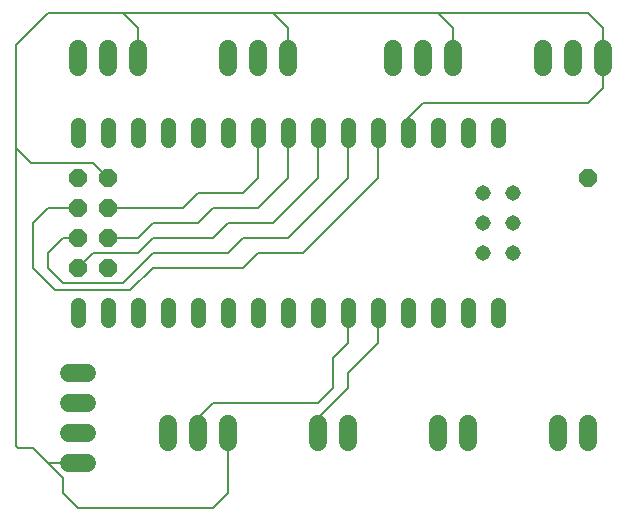
<source format=gbl>
G04 EAGLE Gerber X2 export*
%TF.Part,Single*%
%TF.FileFunction,Copper,L2,Bot,Mixed*%
%TF.FilePolarity,Positive*%
%TF.GenerationSoftware,Autodesk,EAGLE,9.1.3*%
%TF.CreationDate,2019-02-17T14:50:35Z*%
G75*
%MOMM*%
%FSLAX34Y34*%
%LPD*%
%AMOC8*
5,1,8,0,0,1.08239X$1,22.5*%
G01*
%ADD10C,1.524000*%
%ADD11P,1.649562X8X292.500000*%
%ADD12C,1.308000*%
%ADD13C,1.308000*%
%ADD14P,1.649562X8X22.500000*%
%ADD15C,0.152400*%


D10*
X482600Y386080D02*
X482600Y401320D01*
X508000Y401320D02*
X508000Y386080D01*
X533400Y386080D02*
X533400Y401320D01*
D11*
X88900Y292100D03*
X114300Y292100D03*
X88900Y266700D03*
X114300Y266700D03*
X88900Y241300D03*
X114300Y241300D03*
X88900Y215900D03*
X114300Y215900D03*
D10*
X355600Y386080D02*
X355600Y401320D01*
X381000Y401320D02*
X381000Y386080D01*
X406400Y386080D02*
X406400Y401320D01*
X215900Y401320D02*
X215900Y386080D01*
X241300Y386080D02*
X241300Y401320D01*
X266700Y401320D02*
X266700Y386080D01*
X96520Y50800D02*
X81280Y50800D01*
X81280Y76200D02*
X96520Y76200D01*
X96520Y101600D02*
X81280Y101600D01*
X81280Y127000D02*
X96520Y127000D01*
X292100Y83820D02*
X292100Y68580D01*
X317500Y68580D02*
X317500Y83820D01*
X495300Y83820D02*
X495300Y68580D01*
X520700Y68580D02*
X520700Y83820D01*
X393700Y83820D02*
X393700Y68580D01*
X419100Y68580D02*
X419100Y83820D01*
X88900Y386080D02*
X88900Y401320D01*
X114300Y401320D02*
X114300Y386080D01*
X139700Y386080D02*
X139700Y401320D01*
X165100Y83820D02*
X165100Y68580D01*
X190500Y68580D02*
X190500Y83820D01*
X215900Y83820D02*
X215900Y68580D01*
D12*
X444500Y171260D02*
X444500Y184340D01*
X419100Y184340D02*
X419100Y171260D01*
X393700Y171260D02*
X393700Y184340D01*
X368300Y184340D02*
X368300Y171260D01*
X342900Y171260D02*
X342900Y184340D01*
X317500Y184340D02*
X317500Y171260D01*
X292100Y171260D02*
X292100Y184340D01*
X266700Y184340D02*
X266700Y171260D01*
X241300Y171260D02*
X241300Y184340D01*
X215900Y184340D02*
X215900Y171260D01*
X190500Y171260D02*
X190500Y184340D01*
X165100Y184340D02*
X165100Y171260D01*
X444500Y323660D02*
X444500Y336740D01*
X419100Y336740D02*
X419100Y323660D01*
X393700Y323660D02*
X393700Y336740D01*
X241300Y336740D02*
X241300Y323660D01*
X215900Y323660D02*
X215900Y336740D01*
X190500Y336740D02*
X190500Y323660D01*
X165100Y323660D02*
X165100Y336740D01*
X88900Y336740D02*
X88900Y323660D01*
X88900Y184340D02*
X88900Y171260D01*
X114300Y171260D02*
X114300Y184340D01*
X139700Y184340D02*
X139700Y171260D01*
X114300Y323660D02*
X114300Y336740D01*
X139700Y336740D02*
X139700Y323660D01*
X368300Y323660D02*
X368300Y336740D01*
D13*
X431800Y279400D03*
X431800Y254000D03*
X431800Y228600D03*
D12*
X266700Y323660D02*
X266700Y336740D01*
X292100Y336740D02*
X292100Y323660D01*
X317500Y323660D02*
X317500Y336740D01*
X342900Y336740D02*
X342900Y323660D01*
D13*
X457200Y279400D03*
X457200Y254000D03*
X457200Y228600D03*
D14*
X520700Y292100D03*
D15*
X342900Y177800D02*
X342900Y152400D01*
X330200Y139700D01*
X292100Y88900D02*
X292100Y76200D01*
X292100Y88900D02*
X317500Y114300D01*
X317500Y127000D01*
X330200Y139700D01*
X317500Y152400D02*
X317500Y177800D01*
X317500Y152400D02*
X304800Y139700D01*
X304800Y114300D01*
X292100Y101600D01*
X190500Y88900D02*
X190500Y76200D01*
X190500Y88900D02*
X203200Y101600D01*
X292100Y101600D01*
X342900Y292100D02*
X342900Y330200D01*
X152400Y215900D02*
X133350Y196850D01*
X152400Y215900D02*
X228600Y215900D01*
X241300Y228600D01*
X279400Y228600D01*
X342900Y292100D01*
X88900Y266700D02*
X63500Y266700D01*
X50800Y254000D01*
X50800Y215900D02*
X63500Y203200D01*
X69850Y196850D01*
X50800Y215900D02*
X50800Y254000D01*
X69850Y196850D02*
X133350Y196850D01*
X127000Y203200D02*
X152400Y228600D01*
X215900Y228600D01*
X228600Y241300D01*
X266700Y241300D01*
X317500Y292100D01*
X317500Y330200D01*
X88900Y241300D02*
X76200Y241300D01*
X63500Y228600D01*
X63500Y215900D01*
X76200Y203200D01*
X127000Y203200D01*
X101600Y228600D02*
X88900Y215900D01*
X292100Y317500D02*
X292100Y330200D01*
X139700Y228600D02*
X101600Y228600D01*
X292100Y292100D02*
X292100Y330200D01*
X152400Y241300D02*
X139700Y228600D01*
X152400Y241300D02*
X203200Y241300D01*
X215900Y254000D01*
X254000Y254000D01*
X292100Y292100D01*
X177800Y266700D02*
X114300Y266700D01*
X177800Y266700D02*
X190500Y279400D01*
X228600Y279400D02*
X241300Y292100D01*
X228600Y279400D02*
X190500Y279400D01*
X241300Y292100D02*
X241300Y330200D01*
X203200Y266700D02*
X190500Y254000D01*
X203200Y266700D02*
X241300Y266700D01*
X266700Y292100D02*
X266700Y330200D01*
X139700Y241300D02*
X114300Y241300D01*
X139700Y241300D02*
X152400Y254000D01*
X190500Y254000D01*
X241300Y266700D02*
X266700Y292100D01*
X36322Y317500D02*
X36322Y404622D01*
X127000Y431800D02*
X139700Y419100D01*
X139700Y393700D01*
X63500Y431800D02*
X36322Y404622D01*
X63500Y431800D02*
X127000Y431800D01*
X254000Y431800D01*
X266700Y419100D01*
X266700Y393700D01*
X254000Y431800D02*
X393700Y431800D01*
X406400Y419100D01*
X406400Y393700D01*
X393700Y431800D02*
X431800Y431800D01*
X520700Y431800D01*
X533400Y419100D01*
X533400Y393700D01*
X38100Y63500D02*
X36322Y65278D01*
X63500Y50800D02*
X88900Y50800D01*
X76200Y25400D02*
X88900Y12700D01*
X203200Y12700D01*
X215900Y25400D01*
X215900Y76200D01*
X36322Y65278D02*
X36322Y317500D01*
X101600Y304800D02*
X114300Y292100D01*
X49022Y304800D02*
X36322Y317500D01*
X49022Y304800D02*
X101600Y304800D01*
X50800Y63500D02*
X38100Y63500D01*
X50800Y63500D02*
X63500Y50800D01*
X76200Y38100D01*
X76200Y25400D01*
X368300Y330200D02*
X368300Y342900D01*
X381000Y355600D01*
X520700Y355600D02*
X533400Y368300D01*
X533400Y393700D01*
X520700Y355600D02*
X381000Y355600D01*
M02*

</source>
